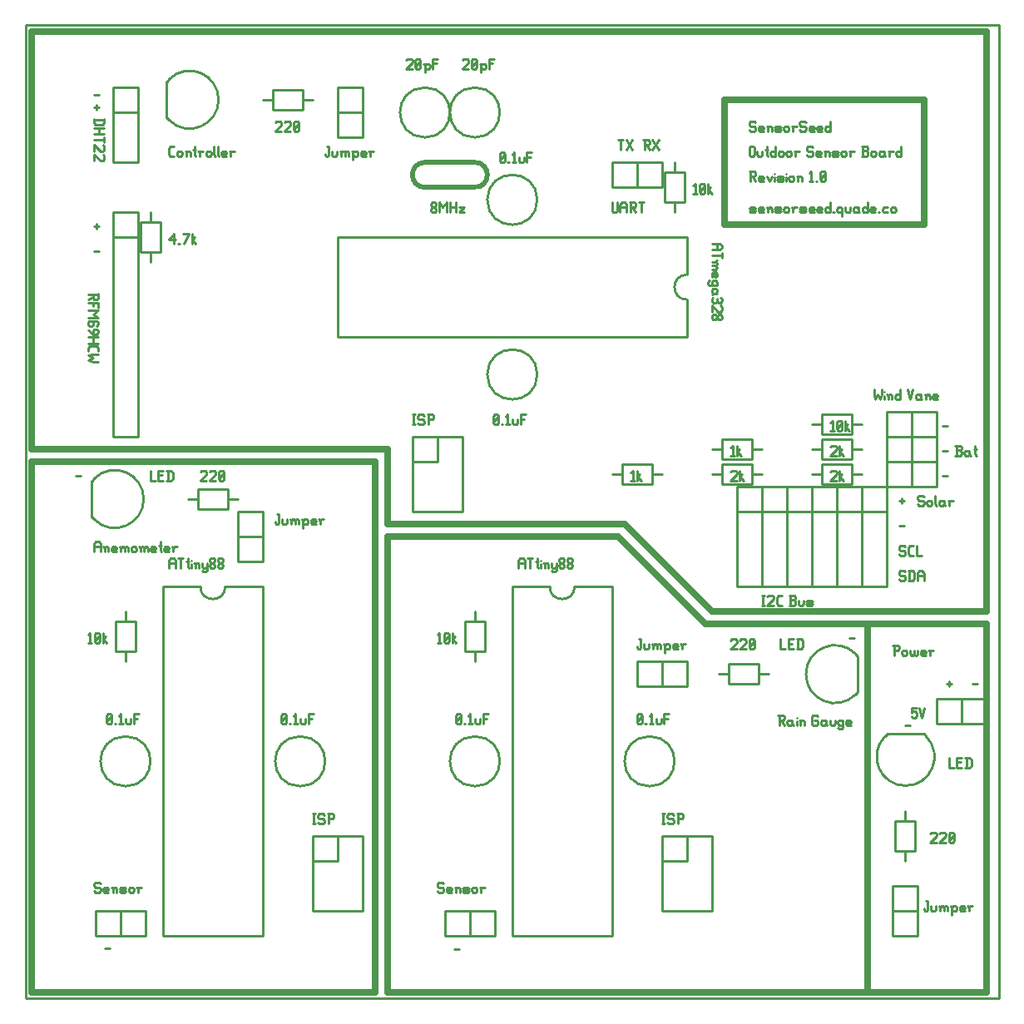
<source format=gto>
G04 start of page 8 for group -4079 idx -4079 *
G04 Title: (unknown), topsilk *
G04 Creator: pcb 20140316 *
G04 CreationDate: Thu 03 Aug 2017 07:13:35 PM GMT UTC *
G04 For: root *
G04 Format: Gerber/RS-274X *
G04 PCB-Dimensions (mil): 6000.00 5000.00 *
G04 PCB-Coordinate-Origin: lower left *
%MOIN*%
%FSLAX25Y25*%
%LNTOPSILK*%
%ADD52C,0.0200*%
%ADD51C,0.0250*%
%ADD50C,0.0100*%
G54D50*X0Y500000D02*X390000D01*
Y110000D02*X0D01*
Y500000D01*
X390000Y110000D02*Y500000D01*
G54D51*X140000Y325000D02*Y112500D01*
X2500D01*
X145000D02*Y277500D01*
Y285000D02*Y272500D01*
Y300000D02*Y330000D01*
X2500D01*
X237500Y295000D02*X145000D01*
X385000Y265000D02*X275000D01*
X240000Y300000D01*
X145000D01*
X2500Y112500D02*Y325000D01*
X140000D02*X2500D01*
X145000Y295000D02*Y280000D01*
X2500Y330000D02*Y497500D01*
X385000D01*
Y265000D01*
X360000Y420000D02*X280000D01*
Y470000D01*
X360000D01*
Y420000D01*
X337500Y260000D02*Y112500D01*
X272500Y260000D02*X237500Y295000D01*
X272500Y260000D02*X385000D01*
Y112500D01*
X145000D02*X385000D01*
G54D50*X172500Y220500D02*X173000Y220000D01*
X172500Y223500D02*Y220500D01*
Y223500D02*X173000Y224000D01*
X174000D01*
X174500Y223500D01*
Y220500D01*
X174000Y220000D02*X174500Y220500D01*
X173000Y220000D02*X174000D01*
X172500Y221000D02*X174500Y223000D01*
X175700Y220000D02*X176200D01*
X177400Y223200D02*X178200Y224000D01*
Y220000D01*
X177400D02*X178900D01*
X180100Y222000D02*Y220500D01*
X180600Y220000D01*
X181600D01*
X182100Y220500D01*
Y222000D02*Y220500D01*
X183300Y224000D02*Y220000D01*
Y224000D02*X185300D01*
X183300Y222200D02*X184800D01*
X165000Y255700D02*X165800Y256500D01*
Y252500D01*
X165000D02*X166500D01*
X167700Y253000D02*X168200Y252500D01*
X167700Y256000D02*Y253000D01*
Y256000D02*X168200Y256500D01*
X169200D01*
X169700Y256000D01*
Y253000D01*
X169200Y252500D02*X169700Y253000D01*
X168200Y252500D02*X169200D01*
X167700Y253500D02*X169700Y255500D01*
X170900Y256500D02*Y252500D01*
Y254000D02*X172400Y252500D01*
X170900Y254000D02*X171900Y255000D01*
X197500Y285500D02*Y282500D01*
Y285500D02*X198200Y286500D01*
X199300D01*
X200000Y285500D01*
Y282500D01*
X197500Y284500D02*X200000D01*
X201200Y286500D02*X203200D01*
X202200D02*Y282500D01*
X204900Y286500D02*Y283000D01*
X205400Y282500D01*
X204400Y285000D02*X205400D01*
X206400Y285500D02*Y285400D01*
Y284000D02*Y282500D01*
X207900Y284000D02*Y282500D01*
Y284000D02*X208400Y284500D01*
X208900D01*
X209400Y284000D01*
Y282500D01*
X207400Y284500D02*X207900Y284000D01*
X210600Y284500D02*Y283000D01*
X211100Y282500D01*
X212600Y284500D02*Y281500D01*
X212100Y281000D02*X212600Y281500D01*
X211100Y281000D02*X212100D01*
X210600Y281500D02*X211100Y281000D01*
Y282500D02*X212100D01*
X212600Y283000D01*
X213800D02*X214300Y282500D01*
X213800Y283800D02*Y283000D01*
Y283800D02*X214500Y284500D01*
X215100D01*
X215800Y283800D01*
Y283000D01*
X215300Y282500D02*X215800Y283000D01*
X214300Y282500D02*X215300D01*
X213800Y285200D02*X214500Y284500D01*
X213800Y286000D02*Y285200D01*
Y286000D02*X214300Y286500D01*
X215300D01*
X215800Y286000D01*
Y285200D01*
X215100Y284500D02*X215800Y285200D01*
X217000Y283000D02*X217500Y282500D01*
X217000Y283800D02*Y283000D01*
Y283800D02*X217700Y284500D01*
X218300D01*
X219000Y283800D01*
Y283000D01*
X218500Y282500D02*X219000Y283000D01*
X217500Y282500D02*X218500D01*
X217000Y285200D02*X217700Y284500D01*
X217000Y286000D02*Y285200D01*
Y286000D02*X217500Y286500D01*
X218500D01*
X219000Y286000D01*
Y285200D01*
X218300Y284500D02*X219000Y285200D01*
X155000Y344000D02*X156000D01*
X155500D02*Y340000D01*
X155000D02*X156000D01*
X159200Y344000D02*X159700Y343500D01*
X157700Y344000D02*X159200D01*
X157200Y343500D02*X157700Y344000D01*
X157200Y343500D02*Y342500D01*
X157700Y342000D01*
X159200D01*
X159700Y341500D01*
Y340500D01*
X159200Y340000D02*X159700Y340500D01*
X157700Y340000D02*X159200D01*
X157200Y340500D02*X157700Y340000D01*
X161400Y344000D02*Y340000D01*
X160900Y344000D02*X162900D01*
X163400Y343500D01*
Y342500D01*
X162900Y342000D02*X163400Y342500D01*
X161400Y342000D02*X162900D01*
X187500Y340500D02*X188000Y340000D01*
X187500Y343500D02*Y340500D01*
Y343500D02*X188000Y344000D01*
X189000D01*
X189500Y343500D01*
Y340500D01*
X189000Y340000D02*X189500Y340500D01*
X188000Y340000D02*X189000D01*
X187500Y341000D02*X189500Y343000D01*
X190700Y340000D02*X191200D01*
X192400Y343200D02*X193200Y344000D01*
Y340000D01*
X192400D02*X193900D01*
X195100Y342000D02*Y340500D01*
X195600Y340000D01*
X196600D01*
X197100Y340500D01*
Y342000D02*Y340500D01*
X198300Y344000D02*Y340000D01*
Y344000D02*X200300D01*
X198300Y342200D02*X199800D01*
X282500Y330700D02*X283300Y331500D01*
Y327500D01*
X282500D02*X284000D01*
X285200Y331500D02*Y327500D01*
Y329000D02*X286700Y327500D01*
X285200Y329000D02*X286200Y330000D01*
X282500Y321000D02*X283000Y321500D01*
X284500D01*
X285000Y321000D01*
Y320000D01*
X282500Y317500D02*X285000Y320000D01*
X282500Y317500D02*X285000D01*
X286200Y321500D02*Y317500D01*
Y319000D02*X287700Y317500D01*
X286200Y319000D02*X287200Y320000D01*
X295000Y271500D02*X296000D01*
X295500D02*Y267500D01*
X295000D02*X296000D01*
X297200Y271000D02*X297700Y271500D01*
X299200D01*
X299700Y271000D01*
Y270000D01*
X297200Y267500D02*X299700Y270000D01*
X297200Y267500D02*X299700D01*
X301600D02*X302900D01*
X300900Y268200D02*X301600Y267500D01*
X300900Y270800D02*Y268200D01*
Y270800D02*X301600Y271500D01*
X302900D01*
X305900Y267500D02*X307900D01*
X308400Y268000D01*
Y269200D02*Y268000D01*
X307900Y269700D02*X308400Y269200D01*
X306400Y269700D02*X307900D01*
X306400Y271500D02*Y267500D01*
X305900Y271500D02*X307900D01*
X308400Y271000D01*
Y270200D01*
X307900Y269700D02*X308400Y270200D01*
X309600Y269500D02*Y268000D01*
X310100Y267500D01*
X311100D01*
X311600Y268000D01*
Y269500D02*Y268000D01*
X313300Y267500D02*X314800D01*
X315300Y268000D01*
X314800Y268500D02*X315300Y268000D01*
X313300Y268500D02*X314800D01*
X312800Y269000D02*X313300Y268500D01*
X312800Y269000D02*X313300Y269500D01*
X314800D01*
X315300Y269000D01*
X312800Y268000D02*X313300Y267500D01*
X242500Y320700D02*X243300Y321500D01*
Y317500D01*
X242500D02*X244000D01*
X245200Y321500D02*Y317500D01*
Y319000D02*X246700Y317500D01*
X245200Y319000D02*X246200Y320000D01*
X322500Y331000D02*X323000Y331500D01*
X324500D01*
X325000Y331000D01*
Y330000D01*
X322500Y327500D02*X325000Y330000D01*
X322500Y327500D02*X325000D01*
X326200Y331500D02*Y327500D01*
Y329000D02*X327700Y327500D01*
X326200Y329000D02*X327200Y330000D01*
X322500Y340700D02*X323300Y341500D01*
Y337500D01*
X322500D02*X324000D01*
X325200Y338000D02*X325700Y337500D01*
X325200Y341000D02*Y338000D01*
Y341000D02*X325700Y341500D01*
X326700D01*
X327200Y341000D01*
Y338000D01*
X326700Y337500D02*X327200Y338000D01*
X325700Y337500D02*X326700D01*
X325200Y338500D02*X327200Y340500D01*
X328400Y341500D02*Y337500D01*
Y339000D02*X329900Y337500D01*
X328400Y339000D02*X329400Y340000D01*
X340000Y354000D02*Y352000D01*
X340500Y350000D01*
X341500Y352000D01*
X342500Y350000D01*
X343000Y352000D01*
Y354000D02*Y352000D01*
X344200Y353000D02*Y352900D01*
Y351500D02*Y350000D01*
X345700Y351500D02*Y350000D01*
Y351500D02*X346200Y352000D01*
X346700D01*
X347200Y351500D01*
Y350000D01*
X345200Y352000D02*X345700Y351500D01*
X350400Y354000D02*Y350000D01*
X349900D02*X350400Y350500D01*
X348900Y350000D02*X349900D01*
X348400Y350500D02*X348900Y350000D01*
X348400Y351500D02*Y350500D01*
Y351500D02*X348900Y352000D01*
X349900D01*
X350400Y351500D01*
X353400Y354000D02*X354400Y350000D01*
X355400Y354000D01*
X358100Y352000D02*X358600Y351500D01*
X357100Y352000D02*X358100D01*
X356600Y351500D02*X357100Y352000D01*
X356600Y351500D02*Y350500D01*
X357100Y350000D01*
X358600Y352000D02*Y350500D01*
X359100Y350000D01*
X357100D02*X358100D01*
X358600Y350500D01*
X360800Y351500D02*Y350000D01*
Y351500D02*X361300Y352000D01*
X361800D01*
X362300Y351500D01*
Y350000D01*
X360300Y352000D02*X360800Y351500D01*
X364000Y350000D02*X365500D01*
X363500Y350500D02*X364000Y350000D01*
X363500Y351500D02*Y350500D01*
Y351500D02*X364000Y352000D01*
X365000D01*
X365500Y351500D01*
X363500Y351000D02*X365500D01*
Y351500D02*Y351000D01*
X372500Y327500D02*X374500D01*
X375000Y328000D01*
Y329200D02*Y328000D01*
X374500Y329700D02*X375000Y329200D01*
X373000Y329700D02*X374500D01*
X373000Y331500D02*Y327500D01*
X372500Y331500D02*X374500D01*
X375000Y331000D01*
Y330200D01*
X374500Y329700D02*X375000Y330200D01*
X377700Y329500D02*X378200Y329000D01*
X376700Y329500D02*X377700D01*
X376200Y329000D02*X376700Y329500D01*
X376200Y329000D02*Y328000D01*
X376700Y327500D01*
X378200Y329500D02*Y328000D01*
X378700Y327500D01*
X376700D02*X377700D01*
X378200Y328000D01*
X380400Y331500D02*Y328000D01*
X380900Y327500D01*
X379900Y330000D02*X380900D01*
X367500Y329500D02*X369500D01*
X367500Y339500D02*X369500D01*
X322500Y321000D02*X323000Y321500D01*
X324500D01*
X325000Y321000D01*
Y320000D01*
X322500Y317500D02*X325000Y320000D01*
X322500Y317500D02*X325000D01*
X326200Y321500D02*Y317500D01*
Y319000D02*X327700Y317500D01*
X326200Y319000D02*X327200Y320000D01*
X367500Y319500D02*X369500D01*
X352000Y281500D02*X352500Y281000D01*
X350500Y281500D02*X352000D01*
X350000Y281000D02*X350500Y281500D01*
X350000Y281000D02*Y280000D01*
X350500Y279500D01*
X352000D01*
X352500Y279000D01*
Y278000D01*
X352000Y277500D02*X352500Y278000D01*
X350500Y277500D02*X352000D01*
X350000Y278000D02*X350500Y277500D01*
X354200Y281500D02*Y277500D01*
X355500Y281500D02*X356200Y280800D01*
Y278200D01*
X355500Y277500D02*X356200Y278200D01*
X353700Y277500D02*X355500D01*
X353700Y281500D02*X355500D01*
X357400Y280500D02*Y277500D01*
Y280500D02*X358100Y281500D01*
X359200D01*
X359900Y280500D01*
Y277500D01*
X357400Y279500D02*X359900D01*
X352000Y291500D02*X352500Y291000D01*
X350500Y291500D02*X352000D01*
X350000Y291000D02*X350500Y291500D01*
X350000Y291000D02*Y290000D01*
X350500Y289500D01*
X352000D01*
X352500Y289000D01*
Y288000D01*
X352000Y287500D02*X352500Y288000D01*
X350500Y287500D02*X352000D01*
X350000Y288000D02*X350500Y287500D01*
X354400D02*X355700D01*
X353700Y288200D02*X354400Y287500D01*
X353700Y290800D02*Y288200D01*
Y290800D02*X354400Y291500D01*
X355700D01*
X356900D02*Y287500D01*
X358900D01*
X350000Y309500D02*X352000D01*
X351000Y310500D02*Y308500D01*
X350000Y299500D02*X352000D01*
X359500Y311500D02*X360000Y311000D01*
X358000Y311500D02*X359500D01*
X357500Y311000D02*X358000Y311500D01*
X357500Y311000D02*Y310000D01*
X358000Y309500D01*
X359500D01*
X360000Y309000D01*
Y308000D01*
X359500Y307500D02*X360000Y308000D01*
X358000Y307500D02*X359500D01*
X357500Y308000D02*X358000Y307500D01*
X361200Y309000D02*Y308000D01*
Y309000D02*X361700Y309500D01*
X362700D01*
X363200Y309000D01*
Y308000D01*
X362700Y307500D02*X363200Y308000D01*
X361700Y307500D02*X362700D01*
X361200Y308000D02*X361700Y307500D01*
X364400Y311500D02*Y308000D01*
X364900Y307500D01*
X367400Y309500D02*X367900Y309000D01*
X366400Y309500D02*X367400D01*
X365900Y309000D02*X366400Y309500D01*
X365900Y309000D02*Y308000D01*
X366400Y307500D01*
X367900Y309500D02*Y308000D01*
X368400Y307500D01*
X366400D02*X367400D01*
X367900Y308000D01*
X370100Y309000D02*Y307500D01*
Y309000D02*X370600Y309500D01*
X371600D01*
X369600D02*X370100Y309000D01*
X275000Y412500D02*X278000D01*
X279000Y411800D01*
Y410700D01*
X278000Y410000D01*
X275000D02*X278000D01*
X277000Y412500D02*Y410000D01*
X279000Y408800D02*Y406800D01*
X275000Y407800D02*X279000D01*
X275000Y405100D02*X276500D01*
X277000Y404600D01*
Y404100D01*
X276500Y403600D01*
X275000D02*X276500D01*
X277000Y403100D01*
Y402600D01*
X276500Y402100D01*
X275000D02*X276500D01*
X277000Y405600D02*X276500Y405100D01*
X275000Y400400D02*Y398900D01*
X275500Y400900D02*X275000Y400400D01*
X275500Y400900D02*X276500D01*
X277000Y400400D01*
Y399400D01*
X276500Y398900D01*
X276000Y400900D02*Y398900D01*
X276500D01*
X277000Y396200D02*X276500Y395700D01*
X277000Y397200D02*Y396200D01*
X276500Y397700D02*X277000Y397200D01*
X275500Y397700D02*X276500D01*
X275500D02*X275000Y397200D01*
Y396200D01*
X275500Y395700D01*
X274000Y397700D02*X273500Y397200D01*
Y396200D01*
X274000Y395700D01*
X277000D01*
Y393000D02*X276500Y392500D01*
X277000Y394000D02*Y393000D01*
X276500Y394500D02*X277000Y394000D01*
X275500Y394500D02*X276500D01*
X275500D02*X275000Y394000D01*
X275500Y392500D02*X277000D01*
X275500D02*X275000Y392000D01*
Y394000D02*Y393000D01*
X275500Y392500D01*
X278500Y390800D02*X279000Y390300D01*
Y389300D01*
X278500Y388800D01*
X275000Y389300D02*X275500Y388800D01*
X275000Y390300D02*Y389300D01*
X275500Y390800D02*X275000Y390300D01*
X277200D02*Y389300D01*
X277700Y388800D02*X278500D01*
X275500D02*X276700D01*
X277200Y389300D01*
X277700Y388800D02*X277200Y389300D01*
X278500Y387600D02*X279000Y387100D01*
Y385600D01*
X278500Y385100D01*
X277500D02*X278500D01*
X275000Y387600D02*X277500Y385100D01*
X275000Y387600D02*Y385100D01*
X275500Y383900D02*X275000Y383400D01*
X275500Y383900D02*X276300D01*
X277000Y383200D01*
Y382600D01*
X276300Y381900D01*
X275500D02*X276300D01*
X275000Y382400D02*X275500Y381900D01*
X275000Y383400D02*Y382400D01*
X277700Y383900D02*X277000Y383200D01*
X277700Y383900D02*X278500D01*
X279000Y383400D01*
Y382400D01*
X278500Y381900D01*
X277700D02*X278500D01*
X277000Y382600D02*X277700Y381900D01*
X235000Y429000D02*Y425500D01*
X235500Y425000D01*
X236500D01*
X237000Y425500D01*
Y429000D02*Y425500D01*
X238200Y428000D02*Y425000D01*
Y428000D02*X238900Y429000D01*
X240000D01*
X240700Y428000D01*
Y425000D01*
X238200Y427000D02*X240700D01*
X241900Y429000D02*X243900D01*
X244400Y428500D01*
Y427500D01*
X243900Y427000D02*X244400Y427500D01*
X242400Y427000D02*X243900D01*
X242400Y429000D02*Y425000D01*
X243200Y427000D02*X244400Y425000D01*
X245600Y429000D02*X247600D01*
X246600D02*Y425000D01*
X247500Y454000D02*X249500D01*
X250000Y453500D01*
Y452500D01*
X249500Y452000D02*X250000Y452500D01*
X248000Y452000D02*X249500D01*
X248000Y454000D02*Y450000D01*
X248800Y452000D02*X250000Y450000D01*
X251200D02*X253700Y454000D01*
X251200D02*X253700Y450000D01*
X267500Y435700D02*X268300Y436500D01*
Y432500D01*
X267500D02*X269000D01*
X270200Y433000D02*X270700Y432500D01*
X270200Y436000D02*Y433000D01*
Y436000D02*X270700Y436500D01*
X271700D01*
X272200Y436000D01*
Y433000D01*
X271700Y432500D02*X272200Y433000D01*
X270700Y432500D02*X271700D01*
X270200Y433500D02*X272200Y435500D01*
X273400Y436500D02*Y432500D01*
Y434000D02*X274900Y432500D01*
X273400Y434000D02*X274400Y435000D01*
X190000Y445500D02*X190500Y445000D01*
X190000Y448500D02*Y445500D01*
Y448500D02*X190500Y449000D01*
X191500D01*
X192000Y448500D01*
Y445500D01*
X191500Y445000D02*X192000Y445500D01*
X190500Y445000D02*X191500D01*
X190000Y446000D02*X192000Y448000D01*
X193200Y445000D02*X193700D01*
X194900Y448200D02*X195700Y449000D01*
Y445000D01*
X194900D02*X196400D01*
X197600Y447000D02*Y445500D01*
X198100Y445000D01*
X199100D01*
X199600Y445500D01*
Y447000D02*Y445500D01*
X200800Y449000D02*Y445000D01*
Y449000D02*X202800D01*
X200800Y447200D02*X202300D01*
X237500Y454000D02*X239500D01*
X238500D02*Y450000D01*
X240700D02*X243200Y454000D01*
X240700D02*X243200Y450000D01*
X162500Y425500D02*X163000Y425000D01*
X162500Y426300D02*Y425500D01*
Y426300D02*X163200Y427000D01*
X163800D01*
X164500Y426300D01*
Y425500D01*
X164000Y425000D02*X164500Y425500D01*
X163000Y425000D02*X164000D01*
X162500Y427700D02*X163200Y427000D01*
X162500Y428500D02*Y427700D01*
Y428500D02*X163000Y429000D01*
X164000D01*
X164500Y428500D01*
Y427700D01*
X163800Y427000D02*X164500Y427700D01*
X165700Y429000D02*Y425000D01*
Y429000D02*X167200Y427000D01*
X168700Y429000D01*
Y425000D01*
X169900Y429000D02*Y425000D01*
X172400Y429000D02*Y425000D01*
X169900Y427000D02*X172400D01*
X173600D02*X175600D01*
X173600Y425000D02*X175600Y427000D01*
X173600Y425000D02*X175600D01*
X175000Y486000D02*X175500Y486500D01*
X177000D01*
X177500Y486000D01*
Y485000D01*
X175000Y482500D02*X177500Y485000D01*
X175000Y482500D02*X177500D01*
X178700Y483000D02*X179200Y482500D01*
X178700Y486000D02*Y483000D01*
Y486000D02*X179200Y486500D01*
X180200D01*
X180700Y486000D01*
Y483000D01*
X180200Y482500D02*X180700Y483000D01*
X179200Y482500D02*X180200D01*
X178700Y483500D02*X180700Y485500D01*
X182400Y484000D02*Y481000D01*
X181900Y484500D02*X182400Y484000D01*
X182900Y484500D01*
X183900D01*
X184400Y484000D01*
Y483000D01*
X183900Y482500D02*X184400Y483000D01*
X182900Y482500D02*X183900D01*
X182400Y483000D02*X182900Y482500D01*
X185600Y486500D02*Y482500D01*
Y486500D02*X187600D01*
X185600Y484700D02*X187100D01*
X152500Y486000D02*X153000Y486500D01*
X154500D01*
X155000Y486000D01*
Y485000D01*
X152500Y482500D02*X155000Y485000D01*
X152500Y482500D02*X155000D01*
X156200Y483000D02*X156700Y482500D01*
X156200Y486000D02*Y483000D01*
Y486000D02*X156700Y486500D01*
X157700D01*
X158200Y486000D01*
Y483000D01*
X157700Y482500D02*X158200Y483000D01*
X156700Y482500D02*X157700D01*
X156200Y483500D02*X158200Y485500D01*
X159900Y484000D02*Y481000D01*
X159400Y484500D02*X159900Y484000D01*
X160400Y484500D01*
X161400D01*
X161900Y484000D01*
Y483000D01*
X161400Y482500D02*X161900Y483000D01*
X160400Y482500D02*X161400D01*
X159900Y483000D02*X160400Y482500D01*
X163100Y486500D02*Y482500D01*
Y486500D02*X165100D01*
X163100Y484700D02*X164600D01*
X120700Y451500D02*X121500D01*
Y448000D01*
X121000Y447500D02*X121500Y448000D01*
X120500Y447500D02*X121000D01*
X120000Y448000D02*X120500Y447500D01*
X120000Y448500D02*Y448000D01*
X122700Y449500D02*Y448000D01*
X123200Y447500D01*
X124200D01*
X124700Y448000D01*
Y449500D02*Y448000D01*
X126400Y449000D02*Y447500D01*
Y449000D02*X126900Y449500D01*
X127400D01*
X127900Y449000D01*
Y447500D01*
Y449000D02*X128400Y449500D01*
X128900D01*
X129400Y449000D01*
Y447500D01*
X125900Y449500D02*X126400Y449000D01*
X131100D02*Y446000D01*
X130600Y449500D02*X131100Y449000D01*
X131600Y449500D01*
X132600D01*
X133100Y449000D01*
Y448000D01*
X132600Y447500D02*X133100Y448000D01*
X131600Y447500D02*X132600D01*
X131100Y448000D02*X131600Y447500D01*
X134800D02*X136300D01*
X134300Y448000D02*X134800Y447500D01*
X134300Y449000D02*Y448000D01*
Y449000D02*X134800Y449500D01*
X135800D01*
X136300Y449000D01*
X134300Y448500D02*X136300D01*
Y449000D02*Y448500D01*
X138000Y449000D02*Y447500D01*
Y449000D02*X138500Y449500D01*
X139500D01*
X137500D02*X138000Y449000D01*
X290500Y425000D02*X292000D01*
X292500Y425500D01*
X292000Y426000D02*X292500Y425500D01*
X290500Y426000D02*X292000D01*
X290000Y426500D02*X290500Y426000D01*
X290000Y426500D02*X290500Y427000D01*
X292000D01*
X292500Y426500D01*
X290000Y425500D02*X290500Y425000D01*
X294200D02*X295700D01*
X293700Y425500D02*X294200Y425000D01*
X293700Y426500D02*Y425500D01*
Y426500D02*X294200Y427000D01*
X295200D01*
X295700Y426500D01*
X293700Y426000D02*X295700D01*
Y426500D02*Y426000D01*
X297400Y426500D02*Y425000D01*
Y426500D02*X297900Y427000D01*
X298400D01*
X298900Y426500D01*
Y425000D01*
X296900Y427000D02*X297400Y426500D01*
X300600Y425000D02*X302100D01*
X302600Y425500D01*
X302100Y426000D02*X302600Y425500D01*
X300600Y426000D02*X302100D01*
X300100Y426500D02*X300600Y426000D01*
X300100Y426500D02*X300600Y427000D01*
X302100D01*
X302600Y426500D01*
X300100Y425500D02*X300600Y425000D01*
X303800Y426500D02*Y425500D01*
Y426500D02*X304300Y427000D01*
X305300D01*
X305800Y426500D01*
Y425500D01*
X305300Y425000D02*X305800Y425500D01*
X304300Y425000D02*X305300D01*
X303800Y425500D02*X304300Y425000D01*
X307500Y426500D02*Y425000D01*
Y426500D02*X308000Y427000D01*
X309000D01*
X307000D02*X307500Y426500D01*
X310700Y425000D02*X312200D01*
X312700Y425500D01*
X312200Y426000D02*X312700Y425500D01*
X310700Y426000D02*X312200D01*
X310200Y426500D02*X310700Y426000D01*
X310200Y426500D02*X310700Y427000D01*
X312200D01*
X312700Y426500D01*
X310200Y425500D02*X310700Y425000D01*
X314400D02*X315900D01*
X313900Y425500D02*X314400Y425000D01*
X313900Y426500D02*Y425500D01*
Y426500D02*X314400Y427000D01*
X315400D01*
X315900Y426500D01*
X313900Y426000D02*X315900D01*
Y426500D02*Y426000D01*
X317600Y425000D02*X319100D01*
X317100Y425500D02*X317600Y425000D01*
X317100Y426500D02*Y425500D01*
Y426500D02*X317600Y427000D01*
X318600D01*
X319100Y426500D01*
X317100Y426000D02*X319100D01*
Y426500D02*Y426000D01*
X322300Y429000D02*Y425000D01*
X321800D02*X322300Y425500D01*
X320800Y425000D02*X321800D01*
X320300Y425500D02*X320800Y425000D01*
X320300Y426500D02*Y425500D01*
Y426500D02*X320800Y427000D01*
X321800D01*
X322300Y426500D01*
X323500Y425000D02*X324000D01*
X327200Y426500D02*Y423500D01*
X326700Y427000D02*X327200Y426500D01*
X325700Y427000D02*X326700D01*
X325200Y426500D02*X325700Y427000D01*
X325200Y426500D02*Y425500D01*
X325700Y425000D01*
X326700D01*
X327200Y425500D01*
X328400Y427000D02*Y425500D01*
X328900Y425000D01*
X329900D01*
X330400Y425500D01*
Y427000D02*Y425500D01*
X333100Y427000D02*X333600Y426500D01*
X332100Y427000D02*X333100D01*
X331600Y426500D02*X332100Y427000D01*
X331600Y426500D02*Y425500D01*
X332100Y425000D01*
X333600Y427000D02*Y425500D01*
X334100Y425000D01*
X332100D02*X333100D01*
X333600Y425500D01*
X337300Y429000D02*Y425000D01*
X336800D02*X337300Y425500D01*
X335800Y425000D02*X336800D01*
X335300Y425500D02*X335800Y425000D01*
X335300Y426500D02*Y425500D01*
Y426500D02*X335800Y427000D01*
X336800D01*
X337300Y426500D01*
X339000Y425000D02*X340500D01*
X338500Y425500D02*X339000Y425000D01*
X338500Y426500D02*Y425500D01*
Y426500D02*X339000Y427000D01*
X340000D01*
X340500Y426500D01*
X338500Y426000D02*X340500D01*
Y426500D02*Y426000D01*
X341700Y425000D02*X342200D01*
X343900Y427000D02*X345400D01*
X343400Y426500D02*X343900Y427000D01*
X343400Y426500D02*Y425500D01*
X343900Y425000D01*
X345400D01*
X346600Y426500D02*Y425500D01*
Y426500D02*X347100Y427000D01*
X348100D01*
X348600Y426500D01*
Y425500D01*
X348100Y425000D02*X348600Y425500D01*
X347100Y425000D02*X348100D01*
X346600Y425500D02*X347100Y425000D01*
X292000Y461500D02*X292500Y461000D01*
X290500Y461500D02*X292000D01*
X290000Y461000D02*X290500Y461500D01*
X290000Y461000D02*Y460000D01*
X290500Y459500D01*
X292000D01*
X292500Y459000D01*
Y458000D01*
X292000Y457500D02*X292500Y458000D01*
X290500Y457500D02*X292000D01*
X290000Y458000D02*X290500Y457500D01*
X294200D02*X295700D01*
X293700Y458000D02*X294200Y457500D01*
X293700Y459000D02*Y458000D01*
Y459000D02*X294200Y459500D01*
X295200D01*
X295700Y459000D01*
X293700Y458500D02*X295700D01*
Y459000D02*Y458500D01*
X297400Y459000D02*Y457500D01*
Y459000D02*X297900Y459500D01*
X298400D01*
X298900Y459000D01*
Y457500D01*
X296900Y459500D02*X297400Y459000D01*
X300600Y457500D02*X302100D01*
X302600Y458000D01*
X302100Y458500D02*X302600Y458000D01*
X300600Y458500D02*X302100D01*
X300100Y459000D02*X300600Y458500D01*
X300100Y459000D02*X300600Y459500D01*
X302100D01*
X302600Y459000D01*
X300100Y458000D02*X300600Y457500D01*
X303800Y459000D02*Y458000D01*
Y459000D02*X304300Y459500D01*
X305300D01*
X305800Y459000D01*
Y458000D01*
X305300Y457500D02*X305800Y458000D01*
X304300Y457500D02*X305300D01*
X303800Y458000D02*X304300Y457500D01*
X307500Y459000D02*Y457500D01*
Y459000D02*X308000Y459500D01*
X309000D01*
X307000D02*X307500Y459000D01*
X312200Y461500D02*X312700Y461000D01*
X310700Y461500D02*X312200D01*
X310200Y461000D02*X310700Y461500D01*
X310200Y461000D02*Y460000D01*
X310700Y459500D01*
X312200D01*
X312700Y459000D01*
Y458000D01*
X312200Y457500D02*X312700Y458000D01*
X310700Y457500D02*X312200D01*
X310200Y458000D02*X310700Y457500D01*
X314400D02*X315900D01*
X313900Y458000D02*X314400Y457500D01*
X313900Y459000D02*Y458000D01*
Y459000D02*X314400Y459500D01*
X315400D01*
X315900Y459000D01*
X313900Y458500D02*X315900D01*
Y459000D02*Y458500D01*
X317600Y457500D02*X319100D01*
X317100Y458000D02*X317600Y457500D01*
X317100Y459000D02*Y458000D01*
Y459000D02*X317600Y459500D01*
X318600D01*
X319100Y459000D01*
X317100Y458500D02*X319100D01*
Y459000D02*Y458500D01*
X322300Y461500D02*Y457500D01*
X321800D02*X322300Y458000D01*
X320800Y457500D02*X321800D01*
X320300Y458000D02*X320800Y457500D01*
X320300Y459000D02*Y458000D01*
Y459000D02*X320800Y459500D01*
X321800D01*
X322300Y459000D01*
X290000Y451000D02*Y448000D01*
Y451000D02*X290500Y451500D01*
X291500D01*
X292000Y451000D01*
Y448000D01*
X291500Y447500D02*X292000Y448000D01*
X290500Y447500D02*X291500D01*
X290000Y448000D02*X290500Y447500D01*
X293200Y449500D02*Y448000D01*
X293700Y447500D01*
X294700D01*
X295200Y448000D01*
Y449500D02*Y448000D01*
X296900Y451500D02*Y448000D01*
X297400Y447500D01*
X296400Y450000D02*X297400D01*
X300400Y451500D02*Y447500D01*
X299900D02*X300400Y448000D01*
X298900Y447500D02*X299900D01*
X298400Y448000D02*X298900Y447500D01*
X298400Y449000D02*Y448000D01*
Y449000D02*X298900Y449500D01*
X299900D01*
X300400Y449000D01*
X301600D02*Y448000D01*
Y449000D02*X302100Y449500D01*
X303100D01*
X303600Y449000D01*
Y448000D01*
X303100Y447500D02*X303600Y448000D01*
X302100Y447500D02*X303100D01*
X301600Y448000D02*X302100Y447500D01*
X304800Y449000D02*Y448000D01*
Y449000D02*X305300Y449500D01*
X306300D01*
X306800Y449000D01*
Y448000D01*
X306300Y447500D02*X306800Y448000D01*
X305300Y447500D02*X306300D01*
X304800Y448000D02*X305300Y447500D01*
X308500Y449000D02*Y447500D01*
Y449000D02*X309000Y449500D01*
X310000D01*
X308000D02*X308500Y449000D01*
X315000Y451500D02*X315500Y451000D01*
X313500Y451500D02*X315000D01*
X313000Y451000D02*X313500Y451500D01*
X313000Y451000D02*Y450000D01*
X313500Y449500D01*
X315000D01*
X315500Y449000D01*
Y448000D01*
X315000Y447500D02*X315500Y448000D01*
X313500Y447500D02*X315000D01*
X313000Y448000D02*X313500Y447500D01*
X317200D02*X318700D01*
X316700Y448000D02*X317200Y447500D01*
X316700Y449000D02*Y448000D01*
Y449000D02*X317200Y449500D01*
X318200D01*
X318700Y449000D01*
X316700Y448500D02*X318700D01*
Y449000D02*Y448500D01*
X320400Y449000D02*Y447500D01*
Y449000D02*X320900Y449500D01*
X321400D01*
X321900Y449000D01*
Y447500D01*
X319900Y449500D02*X320400Y449000D01*
X323600Y447500D02*X325100D01*
X325600Y448000D01*
X325100Y448500D02*X325600Y448000D01*
X323600Y448500D02*X325100D01*
X323100Y449000D02*X323600Y448500D01*
X323100Y449000D02*X323600Y449500D01*
X325100D01*
X325600Y449000D01*
X323100Y448000D02*X323600Y447500D01*
X326800Y449000D02*Y448000D01*
Y449000D02*X327300Y449500D01*
X328300D01*
X328800Y449000D01*
Y448000D01*
X328300Y447500D02*X328800Y448000D01*
X327300Y447500D02*X328300D01*
X326800Y448000D02*X327300Y447500D01*
X330500Y449000D02*Y447500D01*
Y449000D02*X331000Y449500D01*
X332000D01*
X330000D02*X330500Y449000D01*
X335000Y447500D02*X337000D01*
X337500Y448000D01*
Y449200D02*Y448000D01*
X337000Y449700D02*X337500Y449200D01*
X335500Y449700D02*X337000D01*
X335500Y451500D02*Y447500D01*
X335000Y451500D02*X337000D01*
X337500Y451000D01*
Y450200D01*
X337000Y449700D02*X337500Y450200D01*
X338700Y449000D02*Y448000D01*
Y449000D02*X339200Y449500D01*
X340200D01*
X340700Y449000D01*
Y448000D01*
X340200Y447500D02*X340700Y448000D01*
X339200Y447500D02*X340200D01*
X338700Y448000D02*X339200Y447500D01*
X343400Y449500D02*X343900Y449000D01*
X342400Y449500D02*X343400D01*
X341900Y449000D02*X342400Y449500D01*
X341900Y449000D02*Y448000D01*
X342400Y447500D01*
X343900Y449500D02*Y448000D01*
X344400Y447500D01*
X342400D02*X343400D01*
X343900Y448000D01*
X346100Y449000D02*Y447500D01*
Y449000D02*X346600Y449500D01*
X347600D01*
X345600D02*X346100Y449000D01*
X350800Y451500D02*Y447500D01*
X350300D02*X350800Y448000D01*
X349300Y447500D02*X350300D01*
X348800Y448000D02*X349300Y447500D01*
X348800Y449000D02*Y448000D01*
Y449000D02*X349300Y449500D01*
X350300D01*
X350800Y449000D01*
X290000Y441500D02*X292000D01*
X292500Y441000D01*
Y440000D01*
X292000Y439500D02*X292500Y440000D01*
X290500Y439500D02*X292000D01*
X290500Y441500D02*Y437500D01*
X291300Y439500D02*X292500Y437500D01*
X294200D02*X295700D01*
X293700Y438000D02*X294200Y437500D01*
X293700Y439000D02*Y438000D01*
Y439000D02*X294200Y439500D01*
X295200D01*
X295700Y439000D01*
X293700Y438500D02*X295700D01*
Y439000D02*Y438500D01*
X296900Y439500D02*X297900Y437500D01*
X298900Y439500D02*X297900Y437500D01*
X300100Y440500D02*Y440400D01*
Y439000D02*Y437500D01*
X301600D02*X303100D01*
X303600Y438000D01*
X303100Y438500D02*X303600Y438000D01*
X301600Y438500D02*X303100D01*
X301100Y439000D02*X301600Y438500D01*
X301100Y439000D02*X301600Y439500D01*
X303100D01*
X303600Y439000D01*
X301100Y438000D02*X301600Y437500D01*
X304800Y440500D02*Y440400D01*
Y439000D02*Y437500D01*
X305800Y439000D02*Y438000D01*
Y439000D02*X306300Y439500D01*
X307300D01*
X307800Y439000D01*
Y438000D01*
X307300Y437500D02*X307800Y438000D01*
X306300Y437500D02*X307300D01*
X305800Y438000D02*X306300Y437500D01*
X309500Y439000D02*Y437500D01*
Y439000D02*X310000Y439500D01*
X310500D01*
X311000Y439000D01*
Y437500D01*
X309000Y439500D02*X309500Y439000D01*
X314000Y440700D02*X314800Y441500D01*
Y437500D01*
X314000D02*X315500D01*
X316700D02*X317200D01*
X318400Y438000D02*X318900Y437500D01*
X318400Y441000D02*Y438000D01*
Y441000D02*X318900Y441500D01*
X319900D01*
X320400Y441000D01*
Y438000D01*
X319900Y437500D02*X320400Y438000D01*
X318900Y437500D02*X319900D01*
X318400Y438500D02*X320400Y440500D01*
X20000Y319500D02*X22000D01*
X27500Y409500D02*X29500D01*
X29000Y392500D02*Y390500D01*
X28500Y390000D01*
X27500D02*X28500D01*
X27000Y390500D02*X27500Y390000D01*
X27000Y392000D02*Y390500D01*
X25000Y392000D02*X29000D01*
X27000Y391200D02*X25000Y390000D01*
Y388800D02*X29000D01*
Y386800D01*
X27200Y388800D02*Y387300D01*
X25000Y385600D02*X29000D01*
X27000Y384100D01*
X29000Y382600D01*
X25000D02*X29000D01*
Y379900D02*X28500Y379400D01*
X29000Y380900D02*Y379900D01*
X28500Y381400D02*X29000Y380900D01*
X25500Y381400D02*X28500D01*
X25500D02*X25000Y380900D01*
X27200Y379900D02*X26700Y379400D01*
X27200Y381400D02*Y379900D01*
X25000Y380900D02*Y379900D01*
X25500Y379400D01*
X26700D01*
X25000Y377700D02*X27000Y376200D01*
X28500D01*
X29000Y376700D02*X28500Y376200D01*
X29000Y377700D02*Y376700D01*
X28500Y378200D02*X29000Y377700D01*
X27500Y378200D02*X28500D01*
X27500D02*X27000Y377700D01*
Y376200D01*
X25000Y375000D02*X29000D01*
X25000Y372500D02*X29000D01*
X27000Y375000D02*Y372500D01*
X25000Y370600D02*Y369300D01*
X25700Y371300D02*X25000Y370600D01*
X25700Y371300D02*X28300D01*
X29000Y370600D01*
Y369300D01*
X27000Y368100D02*X29000D01*
X27000D02*X25000Y367600D01*
X27000Y366600D01*
X25000Y365600D01*
X27000Y365100D01*
X29000D01*
X100000Y461000D02*X100500Y461500D01*
X102000D01*
X102500Y461000D01*
Y460000D01*
X100000Y457500D02*X102500Y460000D01*
X100000Y457500D02*X102500D01*
X103700Y461000D02*X104200Y461500D01*
X105700D01*
X106200Y461000D01*
Y460000D01*
X103700Y457500D02*X106200Y460000D01*
X103700Y457500D02*X106200D01*
X107400Y458000D02*X107900Y457500D01*
X107400Y461000D02*Y458000D01*
Y461000D02*X107900Y461500D01*
X108900D01*
X109400Y461000D01*
Y458000D01*
X108900Y457500D02*X109400Y458000D01*
X107900Y457500D02*X108900D01*
X107400Y458500D02*X109400Y460500D01*
X58200Y447500D02*X59500D01*
X57500Y448200D02*X58200Y447500D01*
X57500Y450800D02*Y448200D01*
Y450800D02*X58200Y451500D01*
X59500D01*
X60700Y449000D02*Y448000D01*
Y449000D02*X61200Y449500D01*
X62200D01*
X62700Y449000D01*
Y448000D01*
X62200Y447500D02*X62700Y448000D01*
X61200Y447500D02*X62200D01*
X60700Y448000D02*X61200Y447500D01*
X64400Y449000D02*Y447500D01*
Y449000D02*X64900Y449500D01*
X65400D01*
X65900Y449000D01*
Y447500D01*
X63900Y449500D02*X64400Y449000D01*
X67600Y451500D02*Y448000D01*
X68100Y447500D01*
X67100Y450000D02*X68100D01*
X69600Y449000D02*Y447500D01*
Y449000D02*X70100Y449500D01*
X71100D01*
X69100D02*X69600Y449000D01*
X72300D02*Y448000D01*
Y449000D02*X72800Y449500D01*
X73800D01*
X74300Y449000D01*
Y448000D01*
X73800Y447500D02*X74300Y448000D01*
X72800Y447500D02*X73800D01*
X72300Y448000D02*X72800Y447500D01*
X75500Y451500D02*Y448000D01*
X76000Y447500D01*
X77000Y451500D02*Y448000D01*
X77500Y447500D01*
X79000D02*X80500D01*
X78500Y448000D02*X79000Y447500D01*
X78500Y449000D02*Y448000D01*
Y449000D02*X79000Y449500D01*
X80000D01*
X80500Y449000D01*
X78500Y448500D02*X80500D01*
Y449000D02*Y448500D01*
X82200Y449000D02*Y447500D01*
Y449000D02*X82700Y449500D01*
X83700D01*
X81700D02*X82200Y449000D01*
X57500Y414000D02*X59500Y416500D01*
X57500Y414000D02*X60000D01*
X59500Y416500D02*Y412500D01*
X61200D02*X61700D01*
X63400D02*X65400Y416500D01*
X62900D02*X65400D01*
X66600D02*Y412500D01*
Y414000D02*X68100Y412500D01*
X66600Y414000D02*X67600Y415000D01*
X27500Y419500D02*X29500D01*
X28500Y420500D02*Y418500D01*
X27500Y462000D02*X31500D01*
Y460700D02*X30800Y460000D01*
X28200D02*X30800D01*
X27500Y460700D02*X28200Y460000D01*
X27500Y462500D02*Y460700D01*
X31500Y462500D02*Y460700D01*
X27500Y458800D02*X31500D01*
X27500Y456300D02*X31500D01*
X29500Y458800D02*Y456300D01*
X31500Y455100D02*Y453100D01*
X27500Y454100D02*X31500D01*
X31000Y451900D02*X31500Y451400D01*
Y449900D01*
X31000Y449400D01*
X30000D02*X31000D01*
X27500Y451900D02*X30000Y449400D01*
X27500Y451900D02*Y449400D01*
X31000Y448200D02*X31500Y447700D01*
Y446200D01*
X31000Y445700D01*
X30000D02*X31000D01*
X27500Y448200D02*X30000Y445700D01*
X27500Y448200D02*Y445700D01*
Y467000D02*X29500D01*
X28500Y468000D02*Y466000D01*
X27500Y472000D02*X29500D01*
X102500Y220500D02*X103000Y220000D01*
X102500Y223500D02*Y220500D01*
Y223500D02*X103000Y224000D01*
X104000D01*
X104500Y223500D01*
Y220500D01*
X104000Y220000D02*X104500Y220500D01*
X103000Y220000D02*X104000D01*
X102500Y221000D02*X104500Y223000D01*
X105700Y220000D02*X106200D01*
X107400Y223200D02*X108200Y224000D01*
Y220000D01*
X107400D02*X108900D01*
X110100Y222000D02*Y220500D01*
X110600Y220000D01*
X111600D01*
X112100Y220500D01*
Y222000D02*Y220500D01*
X113300Y224000D02*Y220000D01*
Y224000D02*X115300D01*
X113300Y222200D02*X114800D01*
X100700Y304000D02*X101500D01*
Y300500D01*
X101000Y300000D02*X101500Y300500D01*
X100500Y300000D02*X101000D01*
X100000Y300500D02*X100500Y300000D01*
X100000Y301000D02*Y300500D01*
X102700Y302000D02*Y300500D01*
X103200Y300000D01*
X104200D01*
X104700Y300500D01*
Y302000D02*Y300500D01*
X106400Y301500D02*Y300000D01*
Y301500D02*X106900Y302000D01*
X107400D01*
X107900Y301500D01*
Y300000D01*
Y301500D02*X108400Y302000D01*
X108900D01*
X109400Y301500D01*
Y300000D01*
X105900Y302000D02*X106400Y301500D01*
X111100D02*Y298500D01*
X110600Y302000D02*X111100Y301500D01*
X111600Y302000D01*
X112600D01*
X113100Y301500D01*
Y300500D01*
X112600Y300000D02*X113100Y300500D01*
X111600Y300000D02*X112600D01*
X111100Y300500D02*X111600Y300000D01*
X114800D02*X116300D01*
X114300Y300500D02*X114800Y300000D01*
X114300Y301500D02*Y300500D01*
Y301500D02*X114800Y302000D01*
X115800D01*
X116300Y301500D01*
X114300Y301000D02*X116300D01*
Y301500D02*Y301000D01*
X118000Y301500D02*Y300000D01*
Y301500D02*X118500Y302000D01*
X119500D01*
X117500D02*X118000Y301500D01*
X32500Y220500D02*X33000Y220000D01*
X32500Y223500D02*Y220500D01*
Y223500D02*X33000Y224000D01*
X34000D01*
X34500Y223500D01*
Y220500D01*
X34000Y220000D02*X34500Y220500D01*
X33000Y220000D02*X34000D01*
X32500Y221000D02*X34500Y223000D01*
X35700Y220000D02*X36200D01*
X37400Y223200D02*X38200Y224000D01*
Y220000D01*
X37400D02*X38900D01*
X40100Y222000D02*Y220500D01*
X40600Y220000D01*
X41600D01*
X42100Y220500D01*
Y222000D02*Y220500D01*
X43300Y224000D02*Y220000D01*
Y224000D02*X45300D01*
X43300Y222200D02*X44800D01*
X29500Y156500D02*X30000Y156000D01*
X28000Y156500D02*X29500D01*
X27500Y156000D02*X28000Y156500D01*
X27500Y156000D02*Y155000D01*
X28000Y154500D01*
X29500D01*
X30000Y154000D01*
Y153000D01*
X29500Y152500D02*X30000Y153000D01*
X28000Y152500D02*X29500D01*
X27500Y153000D02*X28000Y152500D01*
X31700D02*X33200D01*
X31200Y153000D02*X31700Y152500D01*
X31200Y154000D02*Y153000D01*
Y154000D02*X31700Y154500D01*
X32700D01*
X33200Y154000D01*
X31200Y153500D02*X33200D01*
Y154000D02*Y153500D01*
X34900Y154000D02*Y152500D01*
Y154000D02*X35400Y154500D01*
X35900D01*
X36400Y154000D01*
Y152500D01*
X34400Y154500D02*X34900Y154000D01*
X38100Y152500D02*X39600D01*
X40100Y153000D01*
X39600Y153500D02*X40100Y153000D01*
X38100Y153500D02*X39600D01*
X37600Y154000D02*X38100Y153500D01*
X37600Y154000D02*X38100Y154500D01*
X39600D01*
X40100Y154000D01*
X37600Y153000D02*X38100Y152500D01*
X41300Y154000D02*Y153000D01*
Y154000D02*X41800Y154500D01*
X42800D01*
X43300Y154000D01*
Y153000D01*
X42800Y152500D02*X43300Y153000D01*
X41800Y152500D02*X42800D01*
X41300Y153000D02*X41800Y152500D01*
X45000Y154000D02*Y152500D01*
Y154000D02*X45500Y154500D01*
X46500D01*
X44500D02*X45000Y154000D01*
X31800Y129900D02*X33800D01*
X25000Y255700D02*X25800Y256500D01*
Y252500D01*
X25000D02*X26500D01*
X27700Y253000D02*X28200Y252500D01*
X27700Y256000D02*Y253000D01*
Y256000D02*X28200Y256500D01*
X29200D01*
X29700Y256000D01*
Y253000D01*
X29200Y252500D02*X29700Y253000D01*
X28200Y252500D02*X29200D01*
X27700Y253500D02*X29700Y255500D01*
X30900Y256500D02*Y252500D01*
Y254000D02*X32400Y252500D01*
X30900Y254000D02*X31900Y255000D01*
X57500Y285500D02*Y282500D01*
Y285500D02*X58200Y286500D01*
X59300D01*
X60000Y285500D01*
Y282500D01*
X57500Y284500D02*X60000D01*
X61200Y286500D02*X63200D01*
X62200D02*Y282500D01*
X64900Y286500D02*Y283000D01*
X65400Y282500D01*
X64400Y285000D02*X65400D01*
X66400Y285500D02*Y285400D01*
Y284000D02*Y282500D01*
X67900Y284000D02*Y282500D01*
Y284000D02*X68400Y284500D01*
X68900D01*
X69400Y284000D01*
Y282500D01*
X67400Y284500D02*X67900Y284000D01*
X70600Y284500D02*Y283000D01*
X71100Y282500D01*
X72600Y284500D02*Y281500D01*
X72100Y281000D02*X72600Y281500D01*
X71100Y281000D02*X72100D01*
X70600Y281500D02*X71100Y281000D01*
Y282500D02*X72100D01*
X72600Y283000D01*
X73800D02*X74300Y282500D01*
X73800Y283800D02*Y283000D01*
Y283800D02*X74500Y284500D01*
X75100D01*
X75800Y283800D01*
Y283000D01*
X75300Y282500D02*X75800Y283000D01*
X74300Y282500D02*X75300D01*
X73800Y285200D02*X74500Y284500D01*
X73800Y286000D02*Y285200D01*
Y286000D02*X74300Y286500D01*
X75300D01*
X75800Y286000D01*
Y285200D01*
X75100Y284500D02*X75800Y285200D01*
X77000Y283000D02*X77500Y282500D01*
X77000Y283800D02*Y283000D01*
Y283800D02*X77700Y284500D01*
X78300D01*
X79000Y283800D01*
Y283000D01*
X78500Y282500D02*X79000Y283000D01*
X77500Y282500D02*X78500D01*
X77000Y285200D02*X77700Y284500D01*
X77000Y286000D02*Y285200D01*
Y286000D02*X77500Y286500D01*
X78500D01*
X79000Y286000D01*
Y285200D01*
X78300Y284500D02*X79000Y285200D01*
X70000Y321000D02*X70500Y321500D01*
X72000D01*
X72500Y321000D01*
Y320000D01*
X70000Y317500D02*X72500Y320000D01*
X70000Y317500D02*X72500D01*
X73700Y321000D02*X74200Y321500D01*
X75700D01*
X76200Y321000D01*
Y320000D01*
X73700Y317500D02*X76200Y320000D01*
X73700Y317500D02*X76200D01*
X77400Y318000D02*X77900Y317500D01*
X77400Y321000D02*Y318000D01*
Y321000D02*X77900Y321500D01*
X78900D01*
X79400Y321000D01*
Y318000D01*
X78900Y317500D02*X79400Y318000D01*
X77900Y317500D02*X78900D01*
X77400Y318500D02*X79400Y320500D01*
X27500Y292000D02*Y289000D01*
Y292000D02*X28200Y293000D01*
X29300D01*
X30000Y292000D01*
Y289000D01*
X27500Y291000D02*X30000D01*
X31700Y290500D02*Y289000D01*
Y290500D02*X32200Y291000D01*
X32700D01*
X33200Y290500D01*
Y289000D01*
X31200Y291000D02*X31700Y290500D01*
X34900Y289000D02*X36400D01*
X34400Y289500D02*X34900Y289000D01*
X34400Y290500D02*Y289500D01*
Y290500D02*X34900Y291000D01*
X35900D01*
X36400Y290500D01*
X34400Y290000D02*X36400D01*
Y290500D02*Y290000D01*
X38100Y290500D02*Y289000D01*
Y290500D02*X38600Y291000D01*
X39100D01*
X39600Y290500D01*
Y289000D01*
Y290500D02*X40100Y291000D01*
X40600D01*
X41100Y290500D01*
Y289000D01*
X37600Y291000D02*X38100Y290500D01*
X42300D02*Y289500D01*
Y290500D02*X42800Y291000D01*
X43800D01*
X44300Y290500D01*
Y289500D01*
X43800Y289000D02*X44300Y289500D01*
X42800Y289000D02*X43800D01*
X42300Y289500D02*X42800Y289000D01*
X46000Y290500D02*Y289000D01*
Y290500D02*X46500Y291000D01*
X47000D01*
X47500Y290500D01*
Y289000D01*
Y290500D02*X48000Y291000D01*
X48500D01*
X49000Y290500D01*
Y289000D01*
X45500Y291000D02*X46000Y290500D01*
X50700Y289000D02*X52200D01*
X50200Y289500D02*X50700Y289000D01*
X50200Y290500D02*Y289500D01*
Y290500D02*X50700Y291000D01*
X51700D01*
X52200Y290500D01*
X50200Y290000D02*X52200D01*
Y290500D02*Y290000D01*
X53900Y293000D02*Y289500D01*
X54400Y289000D01*
X53400Y291500D02*X54400D01*
X55900Y289000D02*X57400D01*
X55400Y289500D02*X55900Y289000D01*
X55400Y290500D02*Y289500D01*
Y290500D02*X55900Y291000D01*
X56900D01*
X57400Y290500D01*
X55400Y290000D02*X57400D01*
Y290500D02*Y290000D01*
X59100Y290500D02*Y289000D01*
Y290500D02*X59600Y291000D01*
X60600D01*
X58600D02*X59100Y290500D01*
X50000Y321500D02*Y317500D01*
X52000D01*
X53200Y319700D02*X54700D01*
X53200Y317500D02*X55200D01*
X53200Y321500D02*Y317500D01*
Y321500D02*X55200D01*
X56900D02*Y317500D01*
X58200Y321500D02*X58900Y320800D01*
Y318200D01*
X58200Y317500D02*X58900Y318200D01*
X56400Y317500D02*X58200D01*
X56400Y321500D02*X58200D01*
X301500Y223500D02*X303500D01*
X304000Y223000D01*
Y222000D01*
X303500Y221500D02*X304000Y222000D01*
X302000Y221500D02*X303500D01*
X302000Y223500D02*Y219500D01*
X302800Y221500D02*X304000Y219500D01*
X306700Y221500D02*X307200Y221000D01*
X305700Y221500D02*X306700D01*
X305200Y221000D02*X305700Y221500D01*
X305200Y221000D02*Y220000D01*
X305700Y219500D01*
X307200Y221500D02*Y220000D01*
X307700Y219500D01*
X305700D02*X306700D01*
X307200Y220000D01*
X308900Y222500D02*Y222400D01*
Y221000D02*Y219500D01*
X310400Y221000D02*Y219500D01*
Y221000D02*X310900Y221500D01*
X311400D01*
X311900Y221000D01*
Y219500D01*
X309900Y221500D02*X310400Y221000D01*
X316900Y223500D02*X317400Y223000D01*
X315400Y223500D02*X316900D01*
X314900Y223000D02*X315400Y223500D01*
X314900Y223000D02*Y220000D01*
X315400Y219500D01*
X316900D01*
X317400Y220000D01*
Y221000D02*Y220000D01*
X316900Y221500D02*X317400Y221000D01*
X315900Y221500D02*X316900D01*
X320100D02*X320600Y221000D01*
X319100Y221500D02*X320100D01*
X318600Y221000D02*X319100Y221500D01*
X318600Y221000D02*Y220000D01*
X319100Y219500D01*
X320600Y221500D02*Y220000D01*
X321100Y219500D01*
X319100D02*X320100D01*
X320600Y220000D01*
X322300Y221500D02*Y220000D01*
X322800Y219500D01*
X323800D01*
X324300Y220000D01*
Y221500D02*Y220000D01*
X327000Y221500D02*X327500Y221000D01*
X326000Y221500D02*X327000D01*
X325500Y221000D02*X326000Y221500D01*
X325500Y221000D02*Y220000D01*
X326000Y219500D01*
X327000D01*
X327500Y220000D01*
X325500Y218500D02*X326000Y218000D01*
X327000D01*
X327500Y218500D01*
Y221500D02*Y218500D01*
X329200Y219500D02*X330700D01*
X328700Y220000D02*X329200Y219500D01*
X328700Y221000D02*Y220000D01*
Y221000D02*X329200Y221500D01*
X330200D01*
X330700Y221000D01*
X328700Y220500D02*X330700D01*
Y221000D02*Y220500D01*
X282500Y253500D02*X283000Y254000D01*
X284500D01*
X285000Y253500D01*
Y252500D01*
X282500Y250000D02*X285000Y252500D01*
X282500Y250000D02*X285000D01*
X286200Y253500D02*X286700Y254000D01*
X288200D01*
X288700Y253500D01*
Y252500D01*
X286200Y250000D02*X288700Y252500D01*
X286200Y250000D02*X288700D01*
X289900Y250500D02*X290400Y250000D01*
X289900Y253500D02*Y250500D01*
Y253500D02*X290400Y254000D01*
X291400D01*
X291900Y253500D01*
Y250500D01*
X291400Y250000D02*X291900Y250500D01*
X290400Y250000D02*X291400D01*
X289900Y251000D02*X291900Y253000D01*
X302500Y254000D02*Y250000D01*
X304500D01*
X305700Y252200D02*X307200D01*
X305700Y250000D02*X307700D01*
X305700Y254000D02*Y250000D01*
Y254000D02*X307700D01*
X309400D02*Y250000D01*
X310700Y254000D02*X311400Y253300D01*
Y250700D01*
X310700Y250000D02*X311400Y250700D01*
X308900Y250000D02*X310700D01*
X308900Y254000D02*X310700D01*
X245000Y220500D02*X245500Y220000D01*
X245000Y223500D02*Y220500D01*
Y223500D02*X245500Y224000D01*
X246500D01*
X247000Y223500D01*
Y220500D01*
X246500Y220000D02*X247000Y220500D01*
X245500Y220000D02*X246500D01*
X245000Y221000D02*X247000Y223000D01*
X248200Y220000D02*X248700D01*
X249900Y223200D02*X250700Y224000D01*
Y220000D01*
X249900D02*X251400D01*
X252600Y222000D02*Y220500D01*
X253100Y220000D01*
X254100D01*
X254600Y220500D01*
Y222000D02*Y220500D01*
X255800Y224000D02*Y220000D01*
Y224000D02*X257800D01*
X255800Y222200D02*X257300D01*
X255000Y184000D02*X256000D01*
X255500D02*Y180000D01*
X255000D02*X256000D01*
X259200Y184000D02*X259700Y183500D01*
X257700Y184000D02*X259200D01*
X257200Y183500D02*X257700Y184000D01*
X257200Y183500D02*Y182500D01*
X257700Y182000D01*
X259200D01*
X259700Y181500D01*
Y180500D01*
X259200Y180000D02*X259700Y180500D01*
X257700Y180000D02*X259200D01*
X257200Y180500D02*X257700Y180000D01*
X261400Y184000D02*Y180000D01*
X260900Y184000D02*X262900D01*
X263400Y183500D01*
Y182500D01*
X262900Y182000D02*X263400Y182500D01*
X261400Y182000D02*X262900D01*
X245700Y254000D02*X246500D01*
Y250500D01*
X246000Y250000D02*X246500Y250500D01*
X245500Y250000D02*X246000D01*
X245000Y250500D02*X245500Y250000D01*
X245000Y251000D02*Y250500D01*
X247700Y252000D02*Y250500D01*
X248200Y250000D01*
X249200D01*
X249700Y250500D01*
Y252000D02*Y250500D01*
X251400Y251500D02*Y250000D01*
Y251500D02*X251900Y252000D01*
X252400D01*
X252900Y251500D01*
Y250000D01*
Y251500D02*X253400Y252000D01*
X253900D01*
X254400Y251500D01*
Y250000D01*
X250900Y252000D02*X251400Y251500D01*
X256100D02*Y248500D01*
X255600Y252000D02*X256100Y251500D01*
X256600Y252000D01*
X257600D01*
X258100Y251500D01*
Y250500D01*
X257600Y250000D02*X258100Y250500D01*
X256600Y250000D02*X257600D01*
X256100Y250500D02*X256600Y250000D01*
X259800D02*X261300D01*
X259300Y250500D02*X259800Y250000D01*
X259300Y251500D02*Y250500D01*
Y251500D02*X259800Y252000D01*
X260800D01*
X261300Y251500D01*
X259300Y251000D02*X261300D01*
Y251500D02*Y251000D01*
X263000Y251500D02*Y250000D01*
Y251500D02*X263500Y252000D01*
X264500D01*
X262500D02*X263000Y251500D01*
X330000Y254500D02*X332000D01*
X348000Y251500D02*Y247500D01*
X347500Y251500D02*X349500D01*
X350000Y251000D01*
Y250000D01*
X349500Y249500D02*X350000Y250000D01*
X348000Y249500D02*X349500D01*
X351200Y249000D02*Y248000D01*
Y249000D02*X351700Y249500D01*
X352700D01*
X353200Y249000D01*
Y248000D01*
X352700Y247500D02*X353200Y248000D01*
X351700Y247500D02*X352700D01*
X351200Y248000D02*X351700Y247500D01*
X354400Y249500D02*Y248000D01*
X354900Y247500D01*
X355400D01*
X355900Y248000D01*
Y249500D02*Y248000D01*
X356400Y247500D01*
X356900D01*
X357400Y248000D01*
Y249500D02*Y248000D01*
X359100Y247500D02*X360600D01*
X358600Y248000D02*X359100Y247500D01*
X358600Y249000D02*Y248000D01*
Y249000D02*X359100Y249500D01*
X360100D01*
X360600Y249000D01*
X358600Y248500D02*X360600D01*
Y249000D02*Y248500D01*
X362300Y249000D02*Y247500D01*
Y249000D02*X362800Y249500D01*
X363800D01*
X361800D02*X362300Y249000D01*
X370000Y206500D02*Y202500D01*
X372000D01*
X373200Y204700D02*X374700D01*
X373200Y202500D02*X375200D01*
X373200Y206500D02*Y202500D01*
Y206500D02*X375200D01*
X376900D02*Y202500D01*
X378200Y206500D02*X378900Y205800D01*
Y203200D01*
X378200Y202500D02*X378900Y203200D01*
X376400Y202500D02*X378200D01*
X376400Y206500D02*X378200D01*
X352500Y219500D02*X354500D01*
X355000Y226500D02*X357000D01*
X355000D02*Y224500D01*
X355500Y225000D01*
X356500D01*
X357000Y224500D01*
Y223000D01*
X356500Y222500D02*X357000Y223000D01*
X355500Y222500D02*X356500D01*
X355000Y223000D02*X355500Y222500D01*
X358200Y226500D02*X359200Y222500D01*
X360200Y226500D01*
X369000Y236000D02*X371000D01*
X370000Y237000D02*Y235000D01*
X379500Y236000D02*X381500D01*
X167000Y156500D02*X167500Y156000D01*
X165500Y156500D02*X167000D01*
X165000Y156000D02*X165500Y156500D01*
X165000Y156000D02*Y155000D01*
X165500Y154500D01*
X167000D01*
X167500Y154000D01*
Y153000D01*
X167000Y152500D02*X167500Y153000D01*
X165500Y152500D02*X167000D01*
X165000Y153000D02*X165500Y152500D01*
X169200D02*X170700D01*
X168700Y153000D02*X169200Y152500D01*
X168700Y154000D02*Y153000D01*
Y154000D02*X169200Y154500D01*
X170200D01*
X170700Y154000D01*
X168700Y153500D02*X170700D01*
Y154000D02*Y153500D01*
X172400Y154000D02*Y152500D01*
Y154000D02*X172900Y154500D01*
X173400D01*
X173900Y154000D01*
Y152500D01*
X171900Y154500D02*X172400Y154000D01*
X175600Y152500D02*X177100D01*
X177600Y153000D01*
X177100Y153500D02*X177600Y153000D01*
X175600Y153500D02*X177100D01*
X175100Y154000D02*X175600Y153500D01*
X175100Y154000D02*X175600Y154500D01*
X177100D01*
X177600Y154000D01*
X175100Y153000D02*X175600Y152500D01*
X178800Y154000D02*Y153000D01*
Y154000D02*X179300Y154500D01*
X180300D01*
X180800Y154000D01*
Y153000D01*
X180300Y152500D02*X180800Y153000D01*
X179300Y152500D02*X180300D01*
X178800Y153000D02*X179300Y152500D01*
X182500Y154000D02*Y152500D01*
Y154000D02*X183000Y154500D01*
X184000D01*
X182000D02*X182500Y154000D01*
X171700Y129600D02*X173700D01*
X115000Y184000D02*X116000D01*
X115500D02*Y180000D01*
X115000D02*X116000D01*
X119200Y184000D02*X119700Y183500D01*
X117700Y184000D02*X119200D01*
X117200Y183500D02*X117700Y184000D01*
X117200Y183500D02*Y182500D01*
X117700Y182000D01*
X119200D01*
X119700Y181500D01*
Y180500D01*
X119200Y180000D02*X119700Y180500D01*
X117700Y180000D02*X119200D01*
X117200Y180500D02*X117700Y180000D01*
X121400Y184000D02*Y180000D01*
X120900Y184000D02*X122900D01*
X123400Y183500D01*
Y182500D01*
X122900Y182000D02*X123400Y182500D01*
X121400Y182000D02*X122900D01*
X362500Y176000D02*X363000Y176500D01*
X364500D01*
X365000Y176000D01*
Y175000D01*
X362500Y172500D02*X365000Y175000D01*
X362500Y172500D02*X365000D01*
X366200Y176000D02*X366700Y176500D01*
X368200D01*
X368700Y176000D01*
Y175000D01*
X366200Y172500D02*X368700Y175000D01*
X366200Y172500D02*X368700D01*
X369900Y173000D02*X370400Y172500D01*
X369900Y176000D02*Y173000D01*
Y176000D02*X370400Y176500D01*
X371400D01*
X371900Y176000D01*
Y173000D01*
X371400Y172500D02*X371900Y173000D01*
X370400Y172500D02*X371400D01*
X369900Y173500D02*X371900Y175500D01*
X360700Y149000D02*X361500D01*
Y145500D01*
X361000Y145000D02*X361500Y145500D01*
X360500Y145000D02*X361000D01*
X360000Y145500D02*X360500Y145000D01*
X360000Y146000D02*Y145500D01*
X362700Y147000D02*Y145500D01*
X363200Y145000D01*
X364200D01*
X364700Y145500D01*
Y147000D02*Y145500D01*
X366400Y146500D02*Y145000D01*
Y146500D02*X366900Y147000D01*
X367400D01*
X367900Y146500D01*
Y145000D01*
Y146500D02*X368400Y147000D01*
X368900D01*
X369400Y146500D01*
Y145000D01*
X365900Y147000D02*X366400Y146500D01*
X371100D02*Y143500D01*
X370600Y147000D02*X371100Y146500D01*
X371600Y147000D01*
X372600D01*
X373100Y146500D01*
Y145500D01*
X372600Y145000D02*X373100Y145500D01*
X371600Y145000D02*X372600D01*
X371100Y145500D02*X371600Y145000D01*
X374800D02*X376300D01*
X374300Y145500D02*X374800Y145000D01*
X374300Y146500D02*Y145500D01*
Y146500D02*X374800Y147000D01*
X375800D01*
X376300Y146500D01*
X374300Y146000D02*X376300D01*
Y146500D02*Y146000D01*
X378000Y146500D02*Y145000D01*
Y146500D02*X378500Y147000D01*
X379500D01*
X377500D02*X378000Y146500D01*
X168000Y145000D02*X188000D01*
X168000D02*Y135000D01*
X188000D01*
Y145000D02*Y135000D01*
X178000Y145000D02*Y135000D01*
X188000D01*
X180000Y195000D02*G75*G03X180000Y195000I0J10000D01*G01*
X255000Y175000D02*Y145000D01*
X275000D01*
Y175000D01*
X255000D01*
Y165000D02*X265000D01*
Y175000D01*
X195000Y275000D02*Y135000D01*
X235000D01*
Y275000D02*Y135000D01*
X195000Y275000D02*X210000D01*
X220000D02*X235000D01*
X210000D02*G75*G03X220000Y275000I5000J0D01*G01*
X250000Y195000D02*G75*G03X250000Y195000I0J10000D01*G01*
X245000Y235000D02*X265000D01*
Y245000D02*Y235000D01*
X245000Y245000D02*X265000D01*
X245000D02*Y235000D01*
X255000Y245000D02*Y235000D01*
X245000Y245000D02*X255000D01*
X315000Y315000D02*Y275000D01*
X325000D01*
Y315000D01*
X315000D01*
Y305000D02*X325000D01*
Y315000D01*
X305000D02*Y275000D01*
X315000D01*
Y315000D01*
X305000D01*
Y305000D02*X315000D01*
Y315000D01*
X295000D02*Y275000D01*
X305000D01*
Y315000D01*
X295000D01*
Y305000D02*X305000D01*
Y315000D01*
X285000D02*Y275000D01*
X295000D01*
Y315000D01*
X285000D01*
Y305000D02*X295000D01*
Y315000D01*
X277763Y240180D02*X281763D01*
Y244180D02*Y236180D01*
Y244180D02*X293763D01*
Y236180D01*
X281763D02*X293763D01*
Y240180D02*X297763D01*
X352500Y165000D02*Y169000D01*
X356500D02*X348500D01*
Y181000D01*
X356500D01*
Y169000D01*
X352500Y181000D02*Y185000D01*
X357500Y155000D02*Y135000D01*
X347500Y155000D02*X357500D01*
X347500D02*Y135000D01*
X357500D01*
X347500Y145000D02*X357500D01*
X347500D02*Y135000D01*
X345300Y216000D02*X359800D01*
X344400Y215000D02*X345400Y216000D01*
X360800Y215000D02*X359900Y215900D01*
X344398Y215002D02*G75*G03X360802Y215002I8202J-8202D01*G01*
X333500Y247200D02*Y232700D01*
X332500Y248100D02*X333500Y247100D01*
X332500Y231700D02*X333400Y232600D01*
X332502Y248102D02*G75*G03X332502Y231698I-8202J-8202D01*G01*
X365000Y220000D02*X385000D01*
Y230000D02*Y220000D01*
X365000Y230000D02*X385000D01*
X365000D02*Y220000D01*
X375000Y230000D02*Y220000D01*
X365000Y230000D02*X375000D01*
X335000Y315000D02*Y275000D01*
X345000D01*
Y315000D01*
X335000D01*
Y305000D02*X345000D01*
Y315000D01*
X160000Y455000D02*G75*G03X160000Y455000I0J10000D01*G01*
X180000D02*G75*G03X180000Y455000I0J10000D01*G01*
G54D52*X160000Y445000D02*X180000D01*
Y435000D02*X160000D01*
X180000D02*G75*G03X180000Y445000I0J5000D01*G01*
X160000D02*G75*G03X160000Y435000I0J-5000D01*G01*
G54D50*X125000Y415000D02*X265000D01*
X125000D02*Y375000D01*
X265000D01*
Y415000D02*Y400000D01*
Y390000D02*Y375000D01*
Y400000D02*G75*G03X265000Y390000I0J-5000D01*G01*
X185000Y360000D02*G75*G03X185000Y360000I10000J0D01*G01*
Y430000D02*G75*G03X185000Y430000I10000J0D01*G01*
X235000Y445000D02*X255000D01*
X235000D02*Y435000D01*
X255000D01*
Y445000D02*Y435000D01*
X245000Y445000D02*Y435000D01*
X255000D01*
X260000Y445000D02*Y441000D01*
X256000D02*X264000D01*
Y429000D01*
X256000D02*X264000D01*
X256000Y441000D02*Y429000D01*
X260000D02*Y425000D01*
X40000Y245000D02*Y249000D01*
X44000D02*X36000D01*
Y261000D01*
X44000D01*
Y249000D01*
X40000Y261000D02*Y265000D01*
X331000Y320000D02*X335000D01*
X331000Y324000D02*Y316000D01*
X319000D02*X331000D01*
X319000Y324000D02*Y316000D01*
Y324000D02*X331000D01*
X315000Y320000D02*X319000D01*
X331028Y330083D02*X335028D01*
X331028Y334083D02*Y326083D01*
X319028D02*X331028D01*
X319028Y334083D02*Y326083D01*
Y334083D02*X331028D01*
X315028Y330083D02*X319028D01*
X331000Y340000D02*X335000D01*
X331000Y344000D02*Y336000D01*
X319000D02*X331000D01*
X319000Y344000D02*Y336000D01*
Y344000D02*X331000D01*
X315000Y340000D02*X319000D01*
X325000Y315000D02*Y275000D01*
X335000D01*
Y315000D01*
X325000D01*
Y305000D02*X335000D01*
Y315000D01*
X291000Y320000D02*X295000D01*
X291000Y324000D02*Y316000D01*
X279000D02*X291000D01*
X279000Y324000D02*Y316000D01*
Y324000D02*X291000D01*
X275000Y320000D02*X279000D01*
X251000D02*X255000D01*
X251000Y324000D02*Y316000D01*
X239000D02*X251000D01*
X239000Y324000D02*Y316000D01*
Y324000D02*X251000D01*
X235000Y320000D02*X239000D01*
X291018Y330031D02*X295018D01*
X291018Y334031D02*Y326031D01*
X279018D02*X291018D01*
X279018Y334031D02*Y326031D01*
Y334031D02*X291018D01*
X275018Y330031D02*X279018D01*
X155000Y335000D02*Y305000D01*
X175000D01*
Y335000D01*
X155000D01*
Y325000D02*X165000D01*
Y335000D01*
X95000Y305000D02*Y285000D01*
X85000Y305000D02*X95000D01*
X85000D02*Y285000D01*
X95000D01*
X85000Y295000D02*X95000D01*
X85000D02*Y285000D01*
X81081Y309972D02*X85081D01*
X81081Y313972D02*Y305972D01*
X69081D02*X81081D01*
X69081Y313972D02*Y305972D01*
Y313972D02*X81081D01*
X65081Y309972D02*X69081D01*
X26500Y317300D02*Y302800D01*
X27500Y301900D02*X26500Y302900D01*
X27500Y318300D02*X26600Y317400D01*
X27498Y301898D02*G75*G03X27498Y318302I8202J8202D01*G01*
X180000Y245000D02*Y249000D01*
X184000D02*X176000D01*
Y261000D01*
X184000D01*
Y249000D01*
X180000Y261000D02*Y265000D01*
X55000Y275000D02*Y135000D01*
X95000D01*
Y275000D02*Y135000D01*
X55000Y275000D02*X70000D01*
X80000D02*X95000D01*
X70000D02*G75*G03X80000Y275000I5000J0D01*G01*
X110000Y195000D02*G75*G03X110000Y195000I0J10000D01*G01*
X115000Y175000D02*Y145000D01*
X135000D01*
Y175000D01*
X115000D01*
Y165000D02*X125000D01*
Y175000D01*
X345000Y315000D02*X365000D01*
Y325000D02*Y315000D01*
X345000Y325000D02*X365000D01*
X345000D02*Y315000D01*
X355000Y325000D02*Y315000D01*
X345000Y325000D02*X355000D01*
X345000D02*X365000D01*
Y335000D02*Y325000D01*
X345000Y335000D02*X365000D01*
X345000D02*Y325000D01*
X355000Y335000D02*Y325000D01*
X345000Y335000D02*X355000D01*
X345000D02*X365000D01*
Y345000D02*Y335000D01*
X345000Y345000D02*X365000D01*
X345000D02*Y335000D01*
X355000Y345000D02*Y335000D01*
X345000Y345000D02*X355000D01*
X28000Y145000D02*X48000D01*
X28000D02*Y135000D01*
X48000D01*
Y145000D02*Y135000D01*
X38000Y145000D02*Y135000D01*
X48000D01*
X40000Y195000D02*G75*G03X40000Y195000I0J10000D01*G01*
X35000Y425000D02*Y335000D01*
X45000D01*
Y425000D02*Y335000D01*
X35000Y425000D02*X45000D01*
X35000Y415000D02*X45000D01*
Y425000D02*Y415000D01*
X50000Y409000D02*Y405000D01*
X46000Y409000D02*X54000D01*
X46000Y421000D02*Y409000D01*
Y421000D02*X54000D01*
Y409000D01*
X50000Y425000D02*Y421000D01*
X110980Y470048D02*X114980D01*
X110980Y474048D02*Y466048D01*
X98980D02*X110980D01*
X98980Y474048D02*Y466048D01*
Y474048D02*X110980D01*
X94980Y470048D02*X98980D01*
X56500Y477300D02*Y462800D01*
X57500Y461900D02*X56500Y462900D01*
X57500Y478300D02*X56600Y477400D01*
X57498Y461898D02*G75*G03X57498Y478302I8202J8202D01*G01*
X135000Y475000D02*Y455000D01*
X125000Y475000D02*X135000D01*
X125000D02*Y455000D01*
X135000D01*
X125000Y465000D02*X135000D01*
X125000D02*Y455000D01*
X35000Y475000D02*Y445000D01*
X45000D01*
Y475000D01*
X35000D01*
Y465000D02*X45000D01*
Y475000D01*
M02*

</source>
